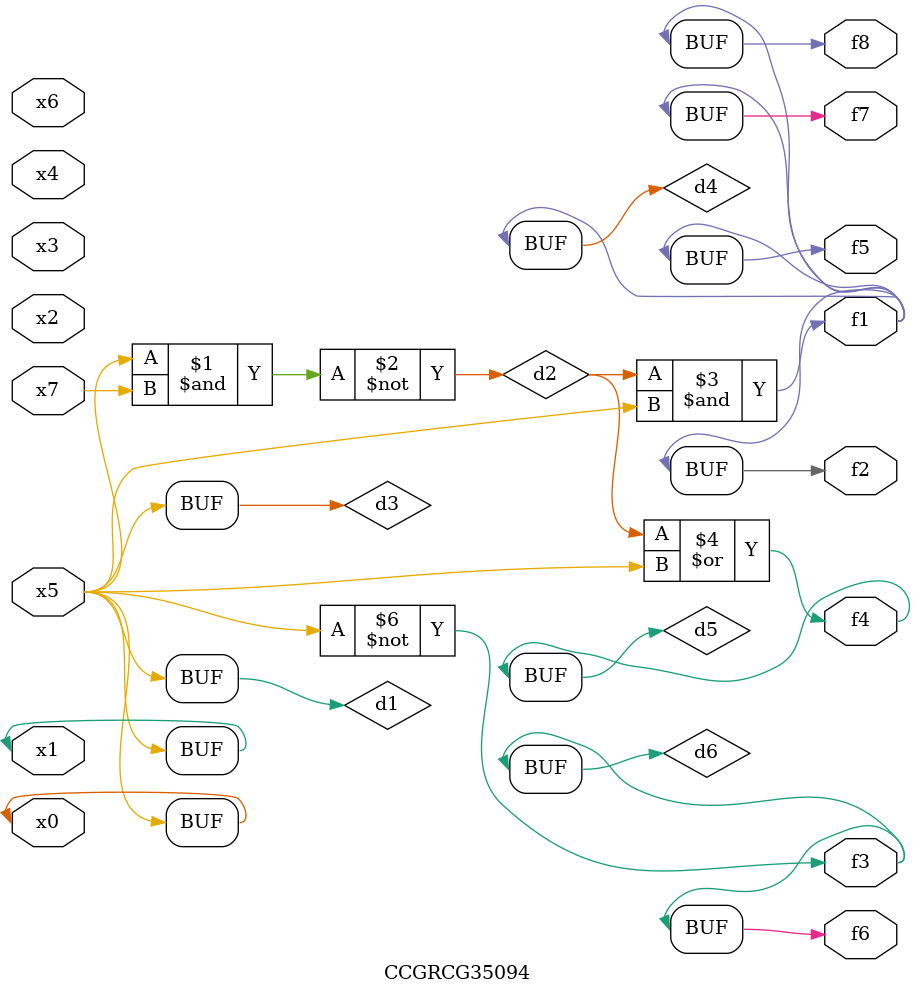
<source format=v>
module CCGRCG35094(
	input x0, x1, x2, x3, x4, x5, x6, x7,
	output f1, f2, f3, f4, f5, f6, f7, f8
);

	wire d1, d2, d3, d4, d5, d6;

	buf (d1, x0, x5);
	nand (d2, x5, x7);
	buf (d3, x0, x1);
	and (d4, d2, d3);
	or (d5, d2, d3);
	nor (d6, d1, d3);
	assign f1 = d4;
	assign f2 = d4;
	assign f3 = d6;
	assign f4 = d5;
	assign f5 = d4;
	assign f6 = d6;
	assign f7 = d4;
	assign f8 = d4;
endmodule

</source>
